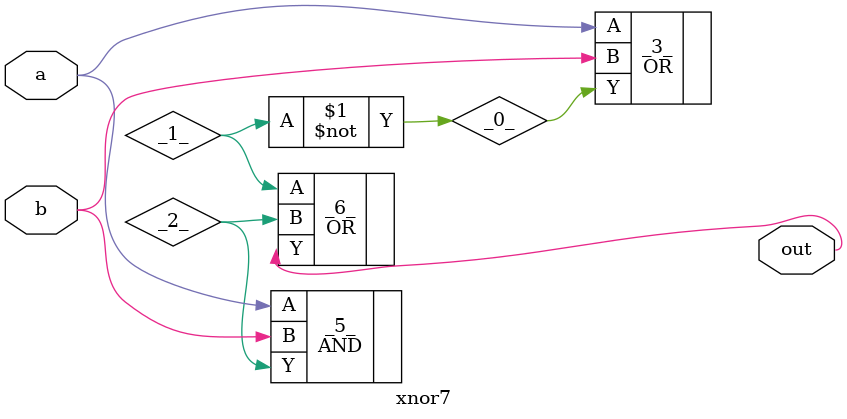
<source format=v>
/* Generated by Yosys 0.41+83 (git sha1 7045cf509, x86_64-w64-mingw32-g++ 13.2.1 -Os) */

/* cells_not_processed =  1  */
/* src = "xnor7.v:1.1-15.10" */
module xnor7(a, b, out);
  wire _0_;
  wire _1_;
  wire _2_;
  /* src = "xnor7.v:2.16-2.17" */
  input a;
  wire a;
  /* src = "xnor7.v:2.18-2.19" */
  input b;
  wire b;
  /* src = "xnor7.v:3.16-3.19" */
  output out;
  wire out;
  OR _3_ (
    .A(a),
    .B(b),
    .Y(_0_)
  );
  not _4_ (
    .A(_0_),
    .Y(_1_)
  );
  AND _5_ (
    .A(a),
    .B(b),
    .Y(_2_)
  );
  OR _6_ (
    .A(_1_),
    .B(_2_),
    .Y(out)
  );
endmodule

</source>
